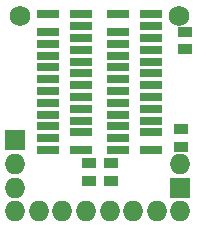
<source format=gbr>
G04 #@! TF.FileFunction,Soldermask,Bot*
%FSLAX46Y46*%
G04 Gerber Fmt 4.6, Leading zero omitted, Abs format (unit mm)*
G04 Created by KiCad (PCBNEW 4.0.7) date 05/28/18 09:58:20*
%MOMM*%
%LPD*%
G01*
G04 APERTURE LIST*
%ADD10C,0.100000*%
%ADD11C,1.750000*%
%ADD12O,1.750000X1.750000*%
%ADD13R,1.750000X1.750000*%
%ADD14R,1.900000X0.800000*%
%ADD15R,1.300000X0.900000*%
G04 APERTURE END LIST*
D10*
D11*
X155194000Y-96393000D03*
D12*
X145344400Y-112935000D03*
X141344400Y-112935000D03*
X143344400Y-112935000D03*
X147344400Y-112935000D03*
X149344400Y-112935000D03*
X151344400Y-112935000D03*
X153344400Y-112935000D03*
X155344400Y-112935000D03*
D13*
X155321000Y-110972600D03*
D12*
X155321000Y-108972600D03*
D14*
X144158400Y-96256200D03*
X146958400Y-96256200D03*
X146958400Y-107756200D03*
X144158400Y-106756200D03*
X144158400Y-105756200D03*
X144158400Y-104756200D03*
X144158400Y-103756200D03*
X144158400Y-102756200D03*
X144158400Y-101756200D03*
X144158400Y-100756200D03*
X144158400Y-99756200D03*
X144158400Y-98756200D03*
X144158400Y-97756200D03*
X146958400Y-106256200D03*
X146958400Y-105256200D03*
X146958400Y-104256200D03*
X146958400Y-103256200D03*
X146958400Y-102256200D03*
X146958400Y-101256200D03*
X146958400Y-100256200D03*
X146958400Y-99256200D03*
X146958400Y-98256200D03*
X146958400Y-97256200D03*
X144158400Y-107756200D03*
X150051200Y-96256200D03*
X152851200Y-96256200D03*
X152851200Y-107756200D03*
X150051200Y-106756200D03*
X150051200Y-105756200D03*
X150051200Y-104756200D03*
X150051200Y-103756200D03*
X150051200Y-102756200D03*
X150051200Y-101756200D03*
X150051200Y-100756200D03*
X150051200Y-99756200D03*
X150051200Y-98756200D03*
X150051200Y-97756200D03*
X152851200Y-106256200D03*
X152851200Y-105256200D03*
X152851200Y-104256200D03*
X152851200Y-103256200D03*
X152851200Y-102256200D03*
X152851200Y-101256200D03*
X152851200Y-100256200D03*
X152851200Y-99256200D03*
X152851200Y-98256200D03*
X152851200Y-97256200D03*
X150051200Y-107756200D03*
D13*
X141351000Y-106934000D03*
D12*
X141351000Y-108934000D03*
X141351000Y-110934000D03*
D15*
X149453600Y-110351000D03*
X149453600Y-108851000D03*
X147624800Y-110351000D03*
X147624800Y-108851000D03*
X155371800Y-106006200D03*
X155371800Y-107506200D03*
D11*
X141732000Y-96393000D03*
D15*
X155702000Y-99238500D03*
X155702000Y-97738500D03*
M02*

</source>
